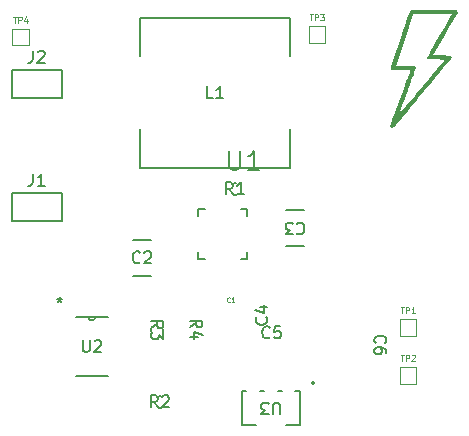
<source format=gbr>
%TF.GenerationSoftware,KiCad,Pcbnew,8.0.0*%
%TF.CreationDate,2024-03-27T12:23:41-02:30*%
%TF.ProjectId,wireless-power,77697265-6c65-4737-932d-706f7765722e,rev?*%
%TF.SameCoordinates,Original*%
%TF.FileFunction,Legend,Top*%
%TF.FilePolarity,Positive*%
%FSLAX46Y46*%
G04 Gerber Fmt 4.6, Leading zero omitted, Abs format (unit mm)*
G04 Created by KiCad (PCBNEW 8.0.0) date 2024-03-27 12:23:41*
%MOMM*%
%LPD*%
G01*
G04 APERTURE LIST*
%ADD10C,0.150000*%
%ADD11C,0.125000*%
%ADD12C,0.098425*%
%ADD13C,0.000000*%
%ADD14C,0.152400*%
%ADD15C,0.120000*%
G04 APERTURE END LIST*
D10*
X132330152Y-69936566D02*
X132330152Y-71267015D01*
X132330152Y-71267015D02*
X132408414Y-71423539D01*
X132408414Y-71423539D02*
X132486676Y-71501801D01*
X132486676Y-71501801D02*
X132643199Y-71580062D01*
X132643199Y-71580062D02*
X132956246Y-71580062D01*
X132956246Y-71580062D02*
X133112769Y-71501801D01*
X133112769Y-71501801D02*
X133191031Y-71423539D01*
X133191031Y-71423539D02*
X133269293Y-71267015D01*
X133269293Y-71267015D02*
X133269293Y-69936566D01*
X134912789Y-71580062D02*
X133973648Y-71580062D01*
X134443219Y-71580062D02*
X134443219Y-69936566D01*
X134443219Y-69936566D02*
X134286695Y-70171351D01*
X134286695Y-70171351D02*
X134130172Y-70327875D01*
X134130172Y-70327875D02*
X133973648Y-70406137D01*
X135509580Y-84018266D02*
X135557200Y-84065885D01*
X135557200Y-84065885D02*
X135604819Y-84208742D01*
X135604819Y-84208742D02*
X135604819Y-84303980D01*
X135604819Y-84303980D02*
X135557200Y-84446837D01*
X135557200Y-84446837D02*
X135461961Y-84542075D01*
X135461961Y-84542075D02*
X135366723Y-84589694D01*
X135366723Y-84589694D02*
X135176247Y-84637313D01*
X135176247Y-84637313D02*
X135033390Y-84637313D01*
X135033390Y-84637313D02*
X134842914Y-84589694D01*
X134842914Y-84589694D02*
X134747676Y-84542075D01*
X134747676Y-84542075D02*
X134652438Y-84446837D01*
X134652438Y-84446837D02*
X134604819Y-84303980D01*
X134604819Y-84303980D02*
X134604819Y-84208742D01*
X134604819Y-84208742D02*
X134652438Y-84065885D01*
X134652438Y-84065885D02*
X134700057Y-84018266D01*
X134938152Y-83161123D02*
X135604819Y-83161123D01*
X134557200Y-83399218D02*
X135271485Y-83637313D01*
X135271485Y-83637313D02*
X135271485Y-83018266D01*
X125783180Y-84936033D02*
X126259371Y-84602700D01*
X125783180Y-84364605D02*
X126783180Y-84364605D01*
X126783180Y-84364605D02*
X126783180Y-84745557D01*
X126783180Y-84745557D02*
X126735561Y-84840795D01*
X126735561Y-84840795D02*
X126687942Y-84888414D01*
X126687942Y-84888414D02*
X126592704Y-84936033D01*
X126592704Y-84936033D02*
X126449847Y-84936033D01*
X126449847Y-84936033D02*
X126354609Y-84888414D01*
X126354609Y-84888414D02*
X126306990Y-84840795D01*
X126306990Y-84840795D02*
X126259371Y-84745557D01*
X126259371Y-84745557D02*
X126259371Y-84364605D01*
X126783180Y-85269367D02*
X126783180Y-85888414D01*
X126783180Y-85888414D02*
X126402228Y-85555081D01*
X126402228Y-85555081D02*
X126402228Y-85697938D01*
X126402228Y-85697938D02*
X126354609Y-85793176D01*
X126354609Y-85793176D02*
X126306990Y-85840795D01*
X126306990Y-85840795D02*
X126211752Y-85888414D01*
X126211752Y-85888414D02*
X125973657Y-85888414D01*
X125973657Y-85888414D02*
X125878419Y-85840795D01*
X125878419Y-85840795D02*
X125830800Y-85793176D01*
X125830800Y-85793176D02*
X125783180Y-85697938D01*
X125783180Y-85697938D02*
X125783180Y-85412224D01*
X125783180Y-85412224D02*
X125830800Y-85316986D01*
X125830800Y-85316986D02*
X125878419Y-85269367D01*
X132662633Y-73606819D02*
X132329300Y-73130628D01*
X132091205Y-73606819D02*
X132091205Y-72606819D01*
X132091205Y-72606819D02*
X132472157Y-72606819D01*
X132472157Y-72606819D02*
X132567395Y-72654438D01*
X132567395Y-72654438D02*
X132615014Y-72702057D01*
X132615014Y-72702057D02*
X132662633Y-72797295D01*
X132662633Y-72797295D02*
X132662633Y-72940152D01*
X132662633Y-72940152D02*
X132615014Y-73035390D01*
X132615014Y-73035390D02*
X132567395Y-73083009D01*
X132567395Y-73083009D02*
X132472157Y-73130628D01*
X132472157Y-73130628D02*
X132091205Y-73130628D01*
X133615014Y-73606819D02*
X133043586Y-73606819D01*
X133329300Y-73606819D02*
X133329300Y-72606819D01*
X133329300Y-72606819D02*
X133234062Y-72749676D01*
X133234062Y-72749676D02*
X133138824Y-72844914D01*
X133138824Y-72844914D02*
X133043586Y-72892533D01*
X144750619Y-86193333D02*
X144703000Y-86145714D01*
X144703000Y-86145714D02*
X144655380Y-86002857D01*
X144655380Y-86002857D02*
X144655380Y-85907619D01*
X144655380Y-85907619D02*
X144703000Y-85764762D01*
X144703000Y-85764762D02*
X144798238Y-85669524D01*
X144798238Y-85669524D02*
X144893476Y-85621905D01*
X144893476Y-85621905D02*
X145083952Y-85574286D01*
X145083952Y-85574286D02*
X145226809Y-85574286D01*
X145226809Y-85574286D02*
X145417285Y-85621905D01*
X145417285Y-85621905D02*
X145512523Y-85669524D01*
X145512523Y-85669524D02*
X145607761Y-85764762D01*
X145607761Y-85764762D02*
X145655380Y-85907619D01*
X145655380Y-85907619D02*
X145655380Y-86002857D01*
X145655380Y-86002857D02*
X145607761Y-86145714D01*
X145607761Y-86145714D02*
X145560142Y-86193333D01*
X145655380Y-87050476D02*
X145655380Y-86860000D01*
X145655380Y-86860000D02*
X145607761Y-86764762D01*
X145607761Y-86764762D02*
X145560142Y-86717143D01*
X145560142Y-86717143D02*
X145417285Y-86621905D01*
X145417285Y-86621905D02*
X145226809Y-86574286D01*
X145226809Y-86574286D02*
X144845857Y-86574286D01*
X144845857Y-86574286D02*
X144750619Y-86621905D01*
X144750619Y-86621905D02*
X144703000Y-86669524D01*
X144703000Y-86669524D02*
X144655380Y-86764762D01*
X144655380Y-86764762D02*
X144655380Y-86955238D01*
X144655380Y-86955238D02*
X144703000Y-87050476D01*
X144703000Y-87050476D02*
X144750619Y-87098095D01*
X144750619Y-87098095D02*
X144845857Y-87145714D01*
X144845857Y-87145714D02*
X145083952Y-87145714D01*
X145083952Y-87145714D02*
X145179190Y-87098095D01*
X145179190Y-87098095D02*
X145226809Y-87050476D01*
X145226809Y-87050476D02*
X145274428Y-86955238D01*
X145274428Y-86955238D02*
X145274428Y-86764762D01*
X145274428Y-86764762D02*
X145226809Y-86669524D01*
X145226809Y-86669524D02*
X145179190Y-86621905D01*
X145179190Y-86621905D02*
X145083952Y-86574286D01*
X135786833Y-85703580D02*
X135739214Y-85751200D01*
X135739214Y-85751200D02*
X135596357Y-85798819D01*
X135596357Y-85798819D02*
X135501119Y-85798819D01*
X135501119Y-85798819D02*
X135358262Y-85751200D01*
X135358262Y-85751200D02*
X135263024Y-85655961D01*
X135263024Y-85655961D02*
X135215405Y-85560723D01*
X135215405Y-85560723D02*
X135167786Y-85370247D01*
X135167786Y-85370247D02*
X135167786Y-85227390D01*
X135167786Y-85227390D02*
X135215405Y-85036914D01*
X135215405Y-85036914D02*
X135263024Y-84941676D01*
X135263024Y-84941676D02*
X135358262Y-84846438D01*
X135358262Y-84846438D02*
X135501119Y-84798819D01*
X135501119Y-84798819D02*
X135596357Y-84798819D01*
X135596357Y-84798819D02*
X135739214Y-84846438D01*
X135739214Y-84846438D02*
X135786833Y-84894057D01*
X136691595Y-84798819D02*
X136215405Y-84798819D01*
X136215405Y-84798819D02*
X136167786Y-85275009D01*
X136167786Y-85275009D02*
X136215405Y-85227390D01*
X136215405Y-85227390D02*
X136310643Y-85179771D01*
X136310643Y-85179771D02*
X136548738Y-85179771D01*
X136548738Y-85179771D02*
X136643976Y-85227390D01*
X136643976Y-85227390D02*
X136691595Y-85275009D01*
X136691595Y-85275009D02*
X136739214Y-85370247D01*
X136739214Y-85370247D02*
X136739214Y-85608342D01*
X136739214Y-85608342D02*
X136691595Y-85703580D01*
X136691595Y-85703580D02*
X136643976Y-85751200D01*
X136643976Y-85751200D02*
X136548738Y-85798819D01*
X136548738Y-85798819D02*
X136310643Y-85798819D01*
X136310643Y-85798819D02*
X136215405Y-85751200D01*
X136215405Y-85751200D02*
X136167786Y-85703580D01*
D11*
X139169048Y-58376809D02*
X139454762Y-58376809D01*
X139311905Y-58876809D02*
X139311905Y-58376809D01*
X139621428Y-58876809D02*
X139621428Y-58376809D01*
X139621428Y-58376809D02*
X139811904Y-58376809D01*
X139811904Y-58376809D02*
X139859523Y-58400619D01*
X139859523Y-58400619D02*
X139883333Y-58424428D01*
X139883333Y-58424428D02*
X139907142Y-58472047D01*
X139907142Y-58472047D02*
X139907142Y-58543476D01*
X139907142Y-58543476D02*
X139883333Y-58591095D01*
X139883333Y-58591095D02*
X139859523Y-58614904D01*
X139859523Y-58614904D02*
X139811904Y-58638714D01*
X139811904Y-58638714D02*
X139621428Y-58638714D01*
X140073809Y-58376809D02*
X140383333Y-58376809D01*
X140383333Y-58376809D02*
X140216666Y-58567285D01*
X140216666Y-58567285D02*
X140288095Y-58567285D01*
X140288095Y-58567285D02*
X140335714Y-58591095D01*
X140335714Y-58591095D02*
X140359523Y-58614904D01*
X140359523Y-58614904D02*
X140383333Y-58662523D01*
X140383333Y-58662523D02*
X140383333Y-58781571D01*
X140383333Y-58781571D02*
X140359523Y-58829190D01*
X140359523Y-58829190D02*
X140335714Y-58853000D01*
X140335714Y-58853000D02*
X140288095Y-58876809D01*
X140288095Y-58876809D02*
X140145238Y-58876809D01*
X140145238Y-58876809D02*
X140097619Y-58853000D01*
X140097619Y-58853000D02*
X140073809Y-58829190D01*
D10*
X129085180Y-84872533D02*
X129561371Y-84539200D01*
X129085180Y-84301105D02*
X130085180Y-84301105D01*
X130085180Y-84301105D02*
X130085180Y-84682057D01*
X130085180Y-84682057D02*
X130037561Y-84777295D01*
X130037561Y-84777295D02*
X129989942Y-84824914D01*
X129989942Y-84824914D02*
X129894704Y-84872533D01*
X129894704Y-84872533D02*
X129751847Y-84872533D01*
X129751847Y-84872533D02*
X129656609Y-84824914D01*
X129656609Y-84824914D02*
X129608990Y-84777295D01*
X129608990Y-84777295D02*
X129561371Y-84682057D01*
X129561371Y-84682057D02*
X129561371Y-84301105D01*
X129751847Y-85729676D02*
X129085180Y-85729676D01*
X130132800Y-85491581D02*
X129418514Y-85253486D01*
X129418514Y-85253486D02*
X129418514Y-85872533D01*
D12*
X132424383Y-82689519D02*
X132405635Y-82708267D01*
X132405635Y-82708267D02*
X132349392Y-82727014D01*
X132349392Y-82727014D02*
X132311897Y-82727014D01*
X132311897Y-82727014D02*
X132255654Y-82708267D01*
X132255654Y-82708267D02*
X132218159Y-82670771D01*
X132218159Y-82670771D02*
X132199411Y-82633276D01*
X132199411Y-82633276D02*
X132180663Y-82558285D01*
X132180663Y-82558285D02*
X132180663Y-82502042D01*
X132180663Y-82502042D02*
X132199411Y-82427052D01*
X132199411Y-82427052D02*
X132218159Y-82389556D01*
X132218159Y-82389556D02*
X132255654Y-82352061D01*
X132255654Y-82352061D02*
X132311897Y-82333313D01*
X132311897Y-82333313D02*
X132349392Y-82333313D01*
X132349392Y-82333313D02*
X132405635Y-82352061D01*
X132405635Y-82352061D02*
X132424383Y-82370809D01*
X132799336Y-82727014D02*
X132574364Y-82727014D01*
X132686850Y-82727014D02*
X132686850Y-82333313D01*
X132686850Y-82333313D02*
X132649355Y-82389556D01*
X132649355Y-82389556D02*
X132611860Y-82427052D01*
X132611860Y-82427052D02*
X132574364Y-82445799D01*
D10*
X115744666Y-61466819D02*
X115744666Y-62181104D01*
X115744666Y-62181104D02*
X115697047Y-62323961D01*
X115697047Y-62323961D02*
X115601809Y-62419200D01*
X115601809Y-62419200D02*
X115458952Y-62466819D01*
X115458952Y-62466819D02*
X115363714Y-62466819D01*
X116173238Y-61562057D02*
X116220857Y-61514438D01*
X116220857Y-61514438D02*
X116316095Y-61466819D01*
X116316095Y-61466819D02*
X116554190Y-61466819D01*
X116554190Y-61466819D02*
X116649428Y-61514438D01*
X116649428Y-61514438D02*
X116697047Y-61562057D01*
X116697047Y-61562057D02*
X116744666Y-61657295D01*
X116744666Y-61657295D02*
X116744666Y-61752533D01*
X116744666Y-61752533D02*
X116697047Y-61895390D01*
X116697047Y-61895390D02*
X116125619Y-62466819D01*
X116125619Y-62466819D02*
X116744666Y-62466819D01*
X119964295Y-85941819D02*
X119964295Y-86751342D01*
X119964295Y-86751342D02*
X120011914Y-86846580D01*
X120011914Y-86846580D02*
X120059533Y-86894200D01*
X120059533Y-86894200D02*
X120154771Y-86941819D01*
X120154771Y-86941819D02*
X120345247Y-86941819D01*
X120345247Y-86941819D02*
X120440485Y-86894200D01*
X120440485Y-86894200D02*
X120488104Y-86846580D01*
X120488104Y-86846580D02*
X120535723Y-86751342D01*
X120535723Y-86751342D02*
X120535723Y-85941819D01*
X120964295Y-86037057D02*
X121011914Y-85989438D01*
X121011914Y-85989438D02*
X121107152Y-85941819D01*
X121107152Y-85941819D02*
X121345247Y-85941819D01*
X121345247Y-85941819D02*
X121440485Y-85989438D01*
X121440485Y-85989438D02*
X121488104Y-86037057D01*
X121488104Y-86037057D02*
X121535723Y-86132295D01*
X121535723Y-86132295D02*
X121535723Y-86227533D01*
X121535723Y-86227533D02*
X121488104Y-86370390D01*
X121488104Y-86370390D02*
X120916676Y-86941819D01*
X120916676Y-86941819D02*
X121535723Y-86941819D01*
X118008400Y-82335019D02*
X118008400Y-82573114D01*
X117770305Y-82477876D02*
X118008400Y-82573114D01*
X118008400Y-82573114D02*
X118246495Y-82477876D01*
X117865543Y-82763590D02*
X118008400Y-82573114D01*
X118008400Y-82573114D02*
X118151257Y-82763590D01*
X118008400Y-82335019D02*
X118008400Y-82573114D01*
X117770305Y-82477876D02*
X118008400Y-82573114D01*
X118008400Y-82573114D02*
X118246495Y-82477876D01*
X117865543Y-82763590D02*
X118008400Y-82573114D01*
X118008400Y-82573114D02*
X118151257Y-82763590D01*
D11*
X114069048Y-58576809D02*
X114354762Y-58576809D01*
X114211905Y-59076809D02*
X114211905Y-58576809D01*
X114521428Y-59076809D02*
X114521428Y-58576809D01*
X114521428Y-58576809D02*
X114711904Y-58576809D01*
X114711904Y-58576809D02*
X114759523Y-58600619D01*
X114759523Y-58600619D02*
X114783333Y-58624428D01*
X114783333Y-58624428D02*
X114807142Y-58672047D01*
X114807142Y-58672047D02*
X114807142Y-58743476D01*
X114807142Y-58743476D02*
X114783333Y-58791095D01*
X114783333Y-58791095D02*
X114759523Y-58814904D01*
X114759523Y-58814904D02*
X114711904Y-58838714D01*
X114711904Y-58838714D02*
X114521428Y-58838714D01*
X115235714Y-58743476D02*
X115235714Y-59076809D01*
X115116666Y-58553000D02*
X114997619Y-58910142D01*
X114997619Y-58910142D02*
X115307142Y-58910142D01*
X146869048Y-87206809D02*
X147154762Y-87206809D01*
X147011905Y-87706809D02*
X147011905Y-87206809D01*
X147321428Y-87706809D02*
X147321428Y-87206809D01*
X147321428Y-87206809D02*
X147511904Y-87206809D01*
X147511904Y-87206809D02*
X147559523Y-87230619D01*
X147559523Y-87230619D02*
X147583333Y-87254428D01*
X147583333Y-87254428D02*
X147607142Y-87302047D01*
X147607142Y-87302047D02*
X147607142Y-87373476D01*
X147607142Y-87373476D02*
X147583333Y-87421095D01*
X147583333Y-87421095D02*
X147559523Y-87444904D01*
X147559523Y-87444904D02*
X147511904Y-87468714D01*
X147511904Y-87468714D02*
X147321428Y-87468714D01*
X147797619Y-87254428D02*
X147821428Y-87230619D01*
X147821428Y-87230619D02*
X147869047Y-87206809D01*
X147869047Y-87206809D02*
X147988095Y-87206809D01*
X147988095Y-87206809D02*
X148035714Y-87230619D01*
X148035714Y-87230619D02*
X148059523Y-87254428D01*
X148059523Y-87254428D02*
X148083333Y-87302047D01*
X148083333Y-87302047D02*
X148083333Y-87349666D01*
X148083333Y-87349666D02*
X148059523Y-87421095D01*
X148059523Y-87421095D02*
X147773809Y-87706809D01*
X147773809Y-87706809D02*
X148083333Y-87706809D01*
D10*
X124801333Y-79353580D02*
X124753714Y-79401200D01*
X124753714Y-79401200D02*
X124610857Y-79448819D01*
X124610857Y-79448819D02*
X124515619Y-79448819D01*
X124515619Y-79448819D02*
X124372762Y-79401200D01*
X124372762Y-79401200D02*
X124277524Y-79305961D01*
X124277524Y-79305961D02*
X124229905Y-79210723D01*
X124229905Y-79210723D02*
X124182286Y-79020247D01*
X124182286Y-79020247D02*
X124182286Y-78877390D01*
X124182286Y-78877390D02*
X124229905Y-78686914D01*
X124229905Y-78686914D02*
X124277524Y-78591676D01*
X124277524Y-78591676D02*
X124372762Y-78496438D01*
X124372762Y-78496438D02*
X124515619Y-78448819D01*
X124515619Y-78448819D02*
X124610857Y-78448819D01*
X124610857Y-78448819D02*
X124753714Y-78496438D01*
X124753714Y-78496438D02*
X124801333Y-78544057D01*
X125182286Y-78544057D02*
X125229905Y-78496438D01*
X125229905Y-78496438D02*
X125325143Y-78448819D01*
X125325143Y-78448819D02*
X125563238Y-78448819D01*
X125563238Y-78448819D02*
X125658476Y-78496438D01*
X125658476Y-78496438D02*
X125706095Y-78544057D01*
X125706095Y-78544057D02*
X125753714Y-78639295D01*
X125753714Y-78639295D02*
X125753714Y-78734533D01*
X125753714Y-78734533D02*
X125706095Y-78877390D01*
X125706095Y-78877390D02*
X125134667Y-79448819D01*
X125134667Y-79448819D02*
X125753714Y-79448819D01*
X115744666Y-71880819D02*
X115744666Y-72595104D01*
X115744666Y-72595104D02*
X115697047Y-72737961D01*
X115697047Y-72737961D02*
X115601809Y-72833200D01*
X115601809Y-72833200D02*
X115458952Y-72880819D01*
X115458952Y-72880819D02*
X115363714Y-72880819D01*
X116744666Y-72880819D02*
X116173238Y-72880819D01*
X116458952Y-72880819D02*
X116458952Y-71880819D01*
X116458952Y-71880819D02*
X116363714Y-72023676D01*
X116363714Y-72023676D02*
X116268476Y-72118914D01*
X116268476Y-72118914D02*
X116173238Y-72166533D01*
X138088666Y-76094419D02*
X138136285Y-76046800D01*
X138136285Y-76046800D02*
X138279142Y-75999180D01*
X138279142Y-75999180D02*
X138374380Y-75999180D01*
X138374380Y-75999180D02*
X138517237Y-76046800D01*
X138517237Y-76046800D02*
X138612475Y-76142038D01*
X138612475Y-76142038D02*
X138660094Y-76237276D01*
X138660094Y-76237276D02*
X138707713Y-76427752D01*
X138707713Y-76427752D02*
X138707713Y-76570609D01*
X138707713Y-76570609D02*
X138660094Y-76761085D01*
X138660094Y-76761085D02*
X138612475Y-76856323D01*
X138612475Y-76856323D02*
X138517237Y-76951561D01*
X138517237Y-76951561D02*
X138374380Y-76999180D01*
X138374380Y-76999180D02*
X138279142Y-76999180D01*
X138279142Y-76999180D02*
X138136285Y-76951561D01*
X138136285Y-76951561D02*
X138088666Y-76903942D01*
X137755332Y-76999180D02*
X137136285Y-76999180D01*
X137136285Y-76999180D02*
X137469618Y-76618228D01*
X137469618Y-76618228D02*
X137326761Y-76618228D01*
X137326761Y-76618228D02*
X137231523Y-76570609D01*
X137231523Y-76570609D02*
X137183904Y-76522990D01*
X137183904Y-76522990D02*
X137136285Y-76427752D01*
X137136285Y-76427752D02*
X137136285Y-76189657D01*
X137136285Y-76189657D02*
X137183904Y-76094419D01*
X137183904Y-76094419D02*
X137231523Y-76046800D01*
X137231523Y-76046800D02*
X137326761Y-75999180D01*
X137326761Y-75999180D02*
X137612475Y-75999180D01*
X137612475Y-75999180D02*
X137707713Y-76046800D01*
X137707713Y-76046800D02*
X137755332Y-76094419D01*
D11*
X146869048Y-83176809D02*
X147154762Y-83176809D01*
X147011905Y-83676809D02*
X147011905Y-83176809D01*
X147321428Y-83676809D02*
X147321428Y-83176809D01*
X147321428Y-83176809D02*
X147511904Y-83176809D01*
X147511904Y-83176809D02*
X147559523Y-83200619D01*
X147559523Y-83200619D02*
X147583333Y-83224428D01*
X147583333Y-83224428D02*
X147607142Y-83272047D01*
X147607142Y-83272047D02*
X147607142Y-83343476D01*
X147607142Y-83343476D02*
X147583333Y-83391095D01*
X147583333Y-83391095D02*
X147559523Y-83414904D01*
X147559523Y-83414904D02*
X147511904Y-83438714D01*
X147511904Y-83438714D02*
X147321428Y-83438714D01*
X148083333Y-83676809D02*
X147797619Y-83676809D01*
X147940476Y-83676809D02*
X147940476Y-83176809D01*
X147940476Y-83176809D02*
X147892857Y-83248238D01*
X147892857Y-83248238D02*
X147845238Y-83295857D01*
X147845238Y-83295857D02*
X147797619Y-83319666D01*
D10*
X126309534Y-91640819D02*
X125976201Y-91164628D01*
X125738106Y-91640819D02*
X125738106Y-90640819D01*
X125738106Y-90640819D02*
X126119058Y-90640819D01*
X126119058Y-90640819D02*
X126214296Y-90688438D01*
X126214296Y-90688438D02*
X126261915Y-90736057D01*
X126261915Y-90736057D02*
X126309534Y-90831295D01*
X126309534Y-90831295D02*
X126309534Y-90974152D01*
X126309534Y-90974152D02*
X126261915Y-91069390D01*
X126261915Y-91069390D02*
X126214296Y-91117009D01*
X126214296Y-91117009D02*
X126119058Y-91164628D01*
X126119058Y-91164628D02*
X125738106Y-91164628D01*
X126690487Y-90736057D02*
X126738106Y-90688438D01*
X126738106Y-90688438D02*
X126833344Y-90640819D01*
X126833344Y-90640819D02*
X127071439Y-90640819D01*
X127071439Y-90640819D02*
X127166677Y-90688438D01*
X127166677Y-90688438D02*
X127214296Y-90736057D01*
X127214296Y-90736057D02*
X127261915Y-90831295D01*
X127261915Y-90831295D02*
X127261915Y-90926533D01*
X127261915Y-90926533D02*
X127214296Y-91069390D01*
X127214296Y-91069390D02*
X126642868Y-91640819D01*
X126642868Y-91640819D02*
X127261915Y-91640819D01*
X130998933Y-65478819D02*
X130522743Y-65478819D01*
X130522743Y-65478819D02*
X130522743Y-64478819D01*
X131856076Y-65478819D02*
X131284648Y-65478819D01*
X131570362Y-65478819D02*
X131570362Y-64478819D01*
X131570362Y-64478819D02*
X131475124Y-64621676D01*
X131475124Y-64621676D02*
X131379886Y-64716914D01*
X131379886Y-64716914D02*
X131284648Y-64764533D01*
X136651904Y-92239180D02*
X136651904Y-91429657D01*
X136651904Y-91429657D02*
X136604285Y-91334419D01*
X136604285Y-91334419D02*
X136556666Y-91286800D01*
X136556666Y-91286800D02*
X136461428Y-91239180D01*
X136461428Y-91239180D02*
X136270952Y-91239180D01*
X136270952Y-91239180D02*
X136175714Y-91286800D01*
X136175714Y-91286800D02*
X136128095Y-91334419D01*
X136128095Y-91334419D02*
X136080476Y-91429657D01*
X136080476Y-91429657D02*
X136080476Y-92239180D01*
X135699523Y-92239180D02*
X135080476Y-92239180D01*
X135080476Y-92239180D02*
X135413809Y-91858228D01*
X135413809Y-91858228D02*
X135270952Y-91858228D01*
X135270952Y-91858228D02*
X135175714Y-91810609D01*
X135175714Y-91810609D02*
X135128095Y-91762990D01*
X135128095Y-91762990D02*
X135080476Y-91667752D01*
X135080476Y-91667752D02*
X135080476Y-91429657D01*
X135080476Y-91429657D02*
X135128095Y-91334419D01*
X135128095Y-91334419D02*
X135175714Y-91286800D01*
X135175714Y-91286800D02*
X135270952Y-91239180D01*
X135270952Y-91239180D02*
X135556666Y-91239180D01*
X135556666Y-91239180D02*
X135651904Y-91286800D01*
X135651904Y-91286800D02*
X135699523Y-91334419D01*
D13*
%TO.C,G\u002A\u002A\u002A*%
G36*
X151681612Y-58092323D02*
G01*
X151709319Y-58141020D01*
X151716802Y-58187893D01*
X151699268Y-58249953D01*
X151651926Y-58344216D01*
X151570506Y-58486793D01*
X151514632Y-58582826D01*
X151424817Y-58736888D01*
X151305975Y-58940563D01*
X151163017Y-59185437D01*
X151000858Y-59463094D01*
X150824411Y-59765122D01*
X150638588Y-60083104D01*
X150508264Y-60306060D01*
X149619608Y-61826212D01*
X150371584Y-61845454D01*
X150643684Y-61853252D01*
X150848386Y-61862251D01*
X150995256Y-61874577D01*
X151093859Y-61892356D01*
X151153761Y-61917716D01*
X151184529Y-61952782D01*
X151195727Y-61999681D01*
X151196986Y-62028946D01*
X151173071Y-62066789D01*
X151104066Y-62158053D01*
X150994422Y-62297248D01*
X150848590Y-62478887D01*
X150671019Y-62697482D01*
X150466162Y-62947544D01*
X150238467Y-63223586D01*
X149992385Y-63520119D01*
X149823824Y-63722279D01*
X149526048Y-64078767D01*
X149209301Y-64457995D01*
X148883409Y-64848198D01*
X148558197Y-65237610D01*
X148243492Y-65614463D01*
X147949120Y-65966992D01*
X147684907Y-66283431D01*
X147470203Y-66540606D01*
X147192029Y-66873548D01*
X146958617Y-67152042D01*
X146765617Y-67380902D01*
X146608678Y-67564946D01*
X146483450Y-67708988D01*
X146385582Y-67817845D01*
X146310724Y-67896332D01*
X146254527Y-67949266D01*
X146212638Y-67981462D01*
X146180709Y-67997737D01*
X146154388Y-68002905D01*
X146149137Y-68003030D01*
X146078866Y-67973216D01*
X146022139Y-67913403D01*
X146011435Y-67892381D01*
X146005946Y-67864530D01*
X146007473Y-67824474D01*
X146017817Y-67766835D01*
X146038782Y-67686238D01*
X146072167Y-67577307D01*
X146119776Y-67434666D01*
X146183408Y-67252937D01*
X146264867Y-67026746D01*
X146365954Y-66750715D01*
X146488470Y-66419469D01*
X146634217Y-66027630D01*
X146804997Y-65569824D01*
X146829434Y-65504371D01*
X146979732Y-65101017D01*
X147121758Y-64718274D01*
X147253249Y-64362342D01*
X147371942Y-64039421D01*
X147475576Y-63755711D01*
X147561887Y-63517414D01*
X147628614Y-63330729D01*
X147673493Y-63201857D01*
X147694263Y-63136998D01*
X147695454Y-63130968D01*
X147683637Y-63112287D01*
X147642223Y-63098307D01*
X147562269Y-63088410D01*
X147434831Y-63081978D01*
X147250968Y-63078392D01*
X147001736Y-63077035D01*
X146914212Y-63076970D01*
X146632310Y-63076024D01*
X146418168Y-63072100D01*
X146262590Y-63063564D01*
X146156378Y-63048783D01*
X146090336Y-63026124D01*
X146055265Y-62993955D01*
X146041969Y-62950643D01*
X146040606Y-62921874D01*
X146052756Y-62872596D01*
X146087511Y-62758071D01*
X146102374Y-62711363D01*
X146475119Y-62711363D01*
X147265112Y-62721786D01*
X147564149Y-62727830D01*
X147802520Y-62737123D01*
X147975716Y-62749382D01*
X148079228Y-62764324D01*
X148106188Y-62774604D01*
X148147788Y-62845154D01*
X148157273Y-62902497D01*
X148144094Y-62954359D01*
X148106265Y-63071062D01*
X148046342Y-63245450D01*
X147966886Y-63470365D01*
X147870453Y-63738650D01*
X147759603Y-64043146D01*
X147636894Y-64376697D01*
X147504885Y-64732145D01*
X147467715Y-64831649D01*
X147333126Y-65191669D01*
X147206236Y-65531431D01*
X147089698Y-65843809D01*
X146986164Y-66121674D01*
X146898288Y-66357900D01*
X146828723Y-66545360D01*
X146780121Y-66676926D01*
X146755136Y-66745472D01*
X146752775Y-66752273D01*
X146747978Y-66772817D01*
X146753013Y-66779586D01*
X146771107Y-66768867D01*
X146805484Y-66736947D01*
X146859372Y-66680114D01*
X146935995Y-66594654D01*
X147038581Y-66476854D01*
X147170355Y-66323001D01*
X147334543Y-66129383D01*
X147534372Y-65892286D01*
X147773067Y-65607998D01*
X148053854Y-65272805D01*
X148379959Y-64882995D01*
X148458098Y-64789545D01*
X148733138Y-64460625D01*
X149002993Y-64137964D01*
X149261900Y-63828450D01*
X149504095Y-63538970D01*
X149723815Y-63276412D01*
X149915296Y-63047663D01*
X150072775Y-62859610D01*
X150190489Y-62719141D01*
X150243954Y-62655418D01*
X150367389Y-62506309D01*
X150470611Y-62377560D01*
X150544517Y-62280834D01*
X150580004Y-62227798D01*
X150581818Y-62222463D01*
X150545370Y-62212622D01*
X150444168Y-62204092D01*
X150290423Y-62197420D01*
X150096346Y-62193152D01*
X149896788Y-62191818D01*
X149632720Y-62190628D01*
X149435874Y-62185698D01*
X149296520Y-62174987D01*
X149204926Y-62156454D01*
X149151365Y-62128057D01*
X149126105Y-62087758D01*
X149119418Y-62033513D01*
X149119394Y-62028757D01*
X149132159Y-61991250D01*
X149171340Y-61910702D01*
X149238266Y-61784793D01*
X149334269Y-61611199D01*
X149460676Y-61387601D01*
X149618818Y-61111677D01*
X149810024Y-60781106D01*
X150035624Y-60393567D01*
X150296948Y-59946737D01*
X150595325Y-59438297D01*
X150895760Y-58927605D01*
X150999905Y-58748506D01*
X151088500Y-58591877D01*
X151154777Y-58470025D01*
X151191969Y-58395257D01*
X151197576Y-58378778D01*
X151159840Y-58369965D01*
X151049602Y-58362722D01*
X150871314Y-58357120D01*
X150629429Y-58353232D01*
X150328399Y-58351129D01*
X149972676Y-58350884D01*
X149571591Y-58352537D01*
X147945606Y-58362576D01*
X147210362Y-60536970D01*
X146475119Y-62711363D01*
X146102374Y-62711363D01*
X146142332Y-62585798D01*
X146214675Y-62363275D01*
X146302001Y-62098001D01*
X146401768Y-61797476D01*
X146511435Y-61469198D01*
X146628460Y-61120665D01*
X146750303Y-60759378D01*
X146874423Y-60392833D01*
X146998277Y-60028531D01*
X147119326Y-59673970D01*
X147235028Y-59336649D01*
X147342841Y-59024066D01*
X147440225Y-58743721D01*
X147524638Y-58503112D01*
X147593539Y-58309739D01*
X147644388Y-58171099D01*
X147674642Y-58094692D01*
X147680194Y-58083560D01*
X147735714Y-57996970D01*
X149677424Y-57996970D01*
X151619135Y-57996970D01*
X151681612Y-58092323D01*
G37*
D14*
%TO.C,U1*%
X129743200Y-74879200D02*
X129743200Y-75463400D01*
X129743200Y-78460600D02*
X129743200Y-79044800D01*
X129743200Y-79044800D02*
X130327400Y-79044800D01*
X130327400Y-74879200D02*
X129743200Y-74879200D01*
X133324600Y-79044800D02*
X133908800Y-79044800D01*
X133908800Y-74879200D02*
X133324600Y-74879200D01*
X133908800Y-75463400D02*
X133908800Y-74879200D01*
X133908800Y-79044800D02*
X133908800Y-78460600D01*
%TO.C,R3*%
X125704600Y-85016550D02*
X125704600Y-85188850D01*
X126771400Y-85188850D02*
X126771400Y-85016550D01*
%TO.C,R1*%
X132743150Y-73685400D02*
X132915450Y-73685400D01*
X132915450Y-72618600D02*
X132743150Y-72618600D01*
D15*
%TO.C,TP3*%
X139100000Y-59400000D02*
X140500000Y-59400000D01*
X139100000Y-60800000D02*
X139100000Y-59400000D01*
X140500000Y-59400000D02*
X140500000Y-60800000D01*
X140500000Y-60800000D02*
X139100000Y-60800000D01*
D10*
%TO.C,J2*%
X113978000Y-63062000D02*
X118178000Y-63062000D01*
X113978000Y-65462000D02*
X113978000Y-63062000D01*
X118178000Y-63062000D02*
X118178000Y-65462000D01*
X118178000Y-65462000D02*
X113978000Y-65462000D01*
D14*
%TO.C,U2*%
X119352547Y-88988900D02*
X122099853Y-88988900D01*
X122099853Y-83985100D02*
X119352547Y-83985100D01*
X121031000Y-83985100D02*
G75*
G02*
X120421400Y-83985100I-304800J0D01*
G01*
D15*
%TO.C,TP4*%
X114000000Y-59600000D02*
X115400000Y-59600000D01*
X114000000Y-61000000D02*
X114000000Y-59600000D01*
X115400000Y-59600000D02*
X115400000Y-61000000D01*
X115400000Y-61000000D02*
X114000000Y-61000000D01*
%TO.C,TP2*%
X146800000Y-88230000D02*
X148200000Y-88230000D01*
X146800000Y-89630000D02*
X146800000Y-88230000D01*
X148200000Y-88230000D02*
X148200000Y-89630000D01*
X148200000Y-89630000D02*
X146800000Y-89630000D01*
D14*
%TO.C,C2*%
X124186997Y-80518000D02*
X125749003Y-80518000D01*
X125749003Y-77470000D02*
X124186997Y-77470000D01*
D10*
%TO.C,J1*%
X113978000Y-73476000D02*
X118178000Y-73476000D01*
X113978000Y-75876000D02*
X113978000Y-73476000D01*
X118178000Y-73476000D02*
X118178000Y-75876000D01*
X118178000Y-75876000D02*
X113978000Y-75876000D01*
D14*
%TO.C,C3*%
X137140997Y-77978000D02*
X138703003Y-77978000D01*
X138703003Y-74930000D02*
X137140997Y-74930000D01*
D15*
%TO.C,TP1*%
X146800000Y-84200000D02*
X148200000Y-84200000D01*
X146800000Y-85600000D02*
X146800000Y-84200000D01*
X148200000Y-84200000D02*
X148200000Y-85600000D01*
X148200000Y-85600000D02*
X146800000Y-85600000D01*
D14*
%TO.C,R2*%
X126383752Y-91712999D02*
X126568650Y-91712999D01*
X126568650Y-90659001D02*
X126383752Y-90659001D01*
%TO.C,L1*%
X124790200Y-58648600D02*
X124790200Y-61935360D01*
X124790200Y-68112640D02*
X124790200Y-71399400D01*
X124790200Y-71399400D02*
X137541000Y-71399400D01*
X137541000Y-58648600D02*
X124790200Y-58648600D01*
X137541000Y-61935360D02*
X137541000Y-58648600D01*
X137541000Y-71399400D02*
X137541000Y-68112640D01*
%TO.C,U3*%
X133464300Y-90271600D02*
X133464300Y-93116400D01*
X133464300Y-93116400D02*
X134630160Y-93116400D01*
X133815960Y-90271600D02*
X133464300Y-90271600D01*
X135315960Y-90271600D02*
X134964040Y-90271600D01*
X136815960Y-90271600D02*
X136464040Y-90271600D01*
X137149840Y-93116400D02*
X138315700Y-93116400D01*
X138315700Y-90271600D02*
X137964040Y-90271600D01*
X138315700Y-93116400D02*
X138315700Y-90271600D01*
X139585700Y-89573100D02*
G75*
G02*
X139331700Y-89573100I-127000J0D01*
G01*
X139331700Y-89573100D02*
G75*
G02*
X139585700Y-89573100I127000J0D01*
G01*
%TD*%
M02*

</source>
